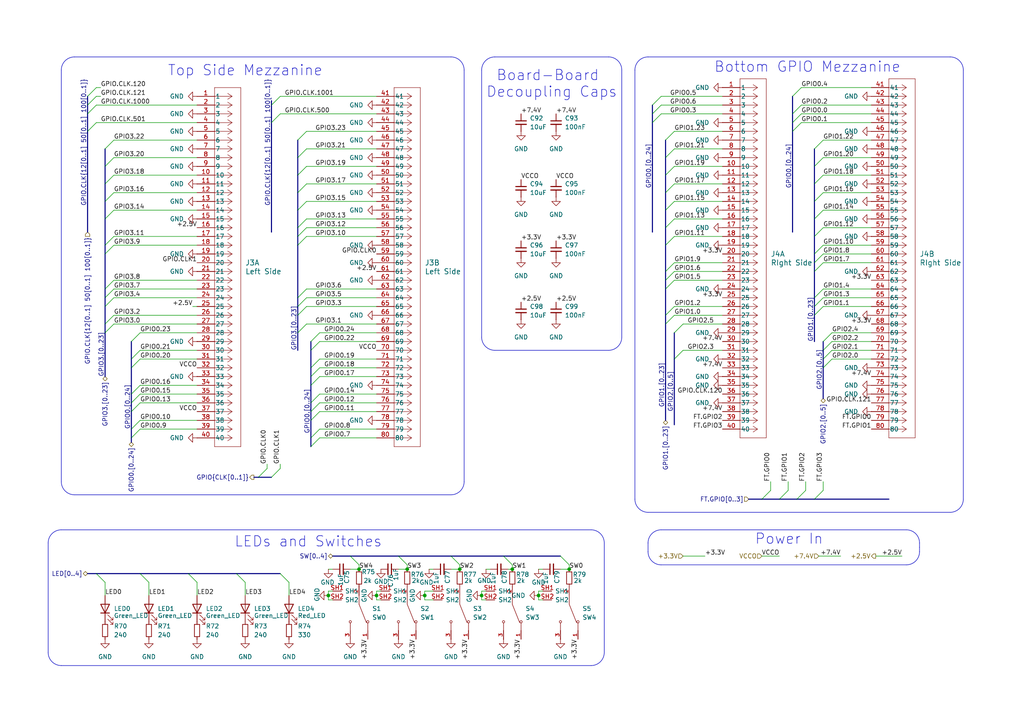
<source format=kicad_sch>
(kicad_sch (version 20250114) (generator "eeschema") (generator_version "9.0")
  (paper "A4")
  (title_block (title "GPIO") (date "2025-08-27") (rev "V1.0"))
  (arc (start 17.78 20.32) (mid 18.8959 17.6259) (end 21.59 16.51))
  (arc (start 187.96 157.48) (mid 189.0759 154.7859) (end 191.77 153.67))
  (arc (start 176.53 16.51) (mid 179.2241 17.6259) (end 180.34 20.32))
  (arc (start 17.78 193.04) (mid 15.0859 191.9241) (end 13.97 189.23))
  (arc (start 187.96 148.59) (mid 185.2659 147.4741) (end 184.15 144.78))
  (arc (start 184.15 20.32) (mid 185.2659 17.6259) (end 187.96 16.51))
  (arc (start 13.97 157.48) (mid 15.0859 154.7859) (end 17.78 153.67))
  (arc (start 279.4 144.78) (mid 278.2841 147.4741) (end 275.59 148.59))
  (arc (start 262.89 153.67) (mid 265.5841 154.7859) (end 266.7 157.48))
  (arc (start 143.51 101.6) (mid 140.8159 100.4841) (end 139.7 97.79))
  (arc (start 180.34 97.79) (mid 179.2241 100.4841) (end 176.53 101.6))
  (arc (start 139.7 20.32) (mid 140.8159 17.6259) (end 143.51 16.51))
  (arc (start 171.45 153.67) (mid 174.1441 154.7859) (end 175.26 157.48))
  (arc (start 266.7 160.02) (mid 265.5841 162.7141) (end 262.89 163.83))
  (arc (start 134.62 139.7) (mid 133.5041 142.3941) (end 130.81 143.51))
  (arc (start 275.59 16.51) (mid 278.2841 17.6259) (end 279.4 20.32))
  (arc (start 191.77 163.83) (mid 189.0759 162.7141) (end 187.96 160.02))
  (arc (start 21.59 143.51) (mid 18.8959 142.3941) (end 17.78 139.7))
  (arc (start 175.26 189.23) (mid 174.1441 191.9241) (end 171.45 193.04))
  (arc (start 130.81 16.51) (mid 133.5041 17.6259) (end 134.62 20.32))
  (text "Top Side Mezzanine" (at 71.12 20.574 0) (effects (font (size 3 3))))
  (text "Bottom GPIO Mezzanine" (at 234.188 19.558 0) (effects (font (size 3 3))))
  (text "Board-Board \nDecoupling Caps" (at 160.02 24.384 0) (effects (font (size 3 3))))
  (text "LEDs and Switches" (at 89.408 157.226 0) (effects (font (size 3 3))))
  (text "Power In" (at 228.854 156.464 0) (effects (font (size 3 3))))
  (junction (at 95.25 172.72))
  (junction (at 109.22 172.72))
  (junction (at 118.11 165.1))
  (junction (at 165.1 165.1))
  (junction (at 148.59 165.1))
  (junction (at 104.14 165.1))
  (junction (at 156.21 172.72))
  (junction (at 139.7 172.72))
  (junction (at 123.19 172.72))
  (junction (at 133.35 165.1))
  (bus_entry (at 236.22 86.36) (size 2.54 -2.54))
  (bus_entry (at 86.36 45.72) (size 2.54 -2.54))
  (bus_entry (at 86.36 66.04) (size 2.54 -2.54))
  (bus_entry (at 193.04 50.8) (size 2.54 -2.54))
  (bus_entry (at 220.98 144.78) (size 2.54 -2.54))
  (bus_entry (at 236.22 76.2) (size 2.54 -2.54))
  (bus_entry (at 90.17 106.68) (size 2.54 -2.54))
  (bus_entry (at 90.17 119.38) (size 2.54 -2.54))
  (bus_entry (at 30.48 48.26) (size 2.54 -2.54))
  (bus_entry (at 30.48 73.66) (size 2.54 -2.54))
  (bus_entry (at 68.58 166.37) (size 2.54 2.54))
  (bus_entry (at 238.76 99.06) (size 2.54 -2.54))
  (bus_entry (at 86.36 88.9) (size 2.54 -2.54))
  (bus_entry (at 229.87 38.1) (size 2.54 -2.54))
  (bus_entry (at 146.05 161.29) (size 2.54 2.54))
  (bus_entry (at 238.76 106.68) (size 2.54 -2.54))
  (bus_entry (at 90.17 111.76) (size 2.54 -2.54))
  (bus_entry (at 236.22 78.74) (size 2.54 -2.54))
  (bus_entry (at 193.04 45.72) (size 2.54 -2.54))
  (bus_entry (at 236.22 43.18) (size 2.54 -2.54))
  (bus_entry (at 236.22 58.42) (size 2.54 -2.54))
  (bus_entry (at 101.6 161.29) (size 2.54 2.54))
  (bus_entry (at 195.58 104.14) (size 2.54 -2.54))
  (bus_entry (at 193.04 81.28) (size 2.54 -2.54))
  (bus_entry (at 229.87 27.94) (size 2.54 -2.54))
  (bus_entry (at 30.48 53.34) (size 2.54 -2.54))
  (bus_entry (at 193.04 40.64) (size 2.54 -2.54))
  (bus_entry (at 30.48 43.18) (size 2.54 -2.54))
  (bus_entry (at 25.4 30.48) (size 2.54 -2.54))
  (bus_entry (at 38.1 127) (size 2.54 -2.54))
  (bus_entry (at 193.04 66.04) (size 2.54 -2.54))
  (bus_entry (at 30.48 93.98) (size 2.54 -2.54))
  (bus_entry (at 74.93 138.43) (size 2.54 -2.54))
  (bus_entry (at 38.1 124.46) (size 2.54 -2.54))
  (bus_entry (at 236.22 63.5) (size 2.54 -2.54))
  (bus_entry (at 38.1 106.68) (size 2.54 -2.54))
  (bus_entry (at 30.48 96.52) (size 2.54 -2.54))
  (bus_entry (at 90.17 121.92) (size 2.54 -2.54))
  (bus_entry (at 30.48 58.42) (size 2.54 -2.54))
  (bus_entry (at 193.04 83.82) (size 2.54 -2.54))
  (bus_entry (at 86.36 96.52) (size 2.54 -2.54))
  (bus_entry (at 90.17 116.84) (size 2.54 -2.54))
  (bus_entry (at 130.81 161.29) (size 2.54 2.54))
  (bus_entry (at 27.94 166.37) (size 2.54 2.54))
  (bus_entry (at 25.4 27.94) (size 2.54 -2.54))
  (bus_entry (at 40.64 166.37) (size 2.54 2.54))
  (bus_entry (at 86.36 91.44) (size 2.54 -2.54))
  (bus_entry (at 38.1 116.84) (size 2.54 -2.54))
  (bus_entry (at 38.1 104.14) (size 2.54 -2.54))
  (bus_entry (at 236.22 91.44) (size 2.54 -2.54))
  (bus_entry (at 86.36 68.58) (size 2.54 -2.54))
  (bus_entry (at 86.36 86.36) (size 2.54 -2.54))
  (bus_entry (at 81.28 166.37) (size 2.54 2.54))
  (bus_entry (at 30.48 88.9) (size 2.54 -2.54))
  (bus_entry (at 86.36 55.88) (size 2.54 -2.54))
  (bus_entry (at 189.23 33.02) (size 2.54 -2.54))
  (bus_entry (at 54.61 166.37) (size 2.54 2.54))
  (bus_entry (at 236.22 73.66) (size 2.54 -2.54))
  (bus_entry (at 236.22 53.34) (size 2.54 -2.54))
  (bus_entry (at 90.17 129.54) (size 2.54 -2.54))
  (bus_entry (at 193.04 78.74) (size 2.54 -2.54))
  (bus_entry (at 226.06 144.78) (size 2.54 -2.54))
  (bus_entry (at 236.22 48.26) (size 2.54 -2.54))
  (bus_entry (at 38.1 114.3) (size 2.54 -2.54))
  (bus_entry (at 38.1 99.06) (size 2.54 -2.54))
  (bus_entry (at 229.87 33.02) (size 2.54 -2.54))
  (bus_entry (at 193.04 93.98) (size 2.54 -2.54))
  (bus_entry (at 238.76 101.6) (size 2.54 -2.54))
  (bus_entry (at 86.36 50.8) (size 2.54 -2.54))
  (bus_entry (at 90.17 101.6) (size 2.54 -2.54))
  (bus_entry (at 90.17 127) (size 2.54 -2.54))
  (bus_entry (at 30.48 71.12) (size 2.54 -2.54))
  (bus_entry (at 231.14 144.78) (size 2.54 -2.54))
  (bus_entry (at 78.74 30.48) (size 2.54 -2.54))
  (bus_entry (at 90.17 109.22) (size 2.54 -2.54))
  (bus_entry (at 25.4 33.02) (size 2.54 -2.54))
  (bus_entry (at 229.87 35.56) (size 2.54 -2.54))
  (bus_entry (at 193.04 60.96) (size 2.54 -2.54))
  (bus_entry (at 78.74 138.43) (size 2.54 -2.54))
  (bus_entry (at 25.4 38.1) (size 2.54 -2.54))
  (bus_entry (at 86.36 71.12) (size 2.54 -2.54))
  (bus_entry (at 238.76 104.14) (size 2.54 -2.54))
  (bus_entry (at 195.58 96.52) (size 2.54 -2.54))
  (bus_entry (at 90.17 99.06) (size 2.54 -2.54))
  (bus_entry (at 30.48 63.5) (size 2.54 -2.54))
  (bus_entry (at 189.23 35.56) (size 2.54 -2.54))
  (bus_entry (at 193.04 55.88) (size 2.54 -2.54))
  (bus_entry (at 78.74 35.56) (size 2.54 -2.54))
  (bus_entry (at 193.04 91.44) (size 2.54 -2.54))
  (bus_entry (at 193.04 71.12) (size 2.54 -2.54))
  (bus_entry (at 236.22 88.9) (size 2.54 -2.54))
  (bus_entry (at 189.23 30.48) (size 2.54 -2.54))
  (bus_entry (at 38.1 119.38) (size 2.54 -2.54))
  (bus_entry (at 236.22 144.78) (size 2.54 -2.54))
  (bus_entry (at 236.22 68.58) (size 2.54 -2.54))
  (bus_entry (at 30.48 83.82) (size 2.54 -2.54))
  (bus_entry (at 30.48 86.36) (size 2.54 -2.54))
  (bus_entry (at 86.36 60.96) (size 2.54 -2.54))
  (bus_entry (at 86.36 40.64) (size 2.54 -2.54))
  (bus_entry (at 115.57 161.29) (size 2.54 2.54))
  (bus_entry (at 162.56 161.29) (size 2.54 2.54))
  (wire (pts (xy 195.58 81.28) (xy 209.55 81.28)))
  (wire (pts (xy 139.7 172.72) (xy 139.7 173.99)))
  (wire (pts (xy 157.48 171.45) (xy 156.21 171.45)))
  (bus (pts (xy 30.48 48.26) (xy 30.48 53.34)))
  (wire (pts (xy 228.6 139.7) (xy 228.6 142.24)))
  (bus (pts (xy 30.48 96.52) (xy 30.48 109.22)))
  (wire (pts (xy 33.02 60.96) (xy 57.15 60.96)))
  (wire (pts (xy 27.94 35.56) (xy 57.15 35.56)))
  (wire (pts (xy 241.3 96.52) (xy 252.73 96.52)))
  (wire (pts (xy 40.64 111.76) (xy 57.15 111.76)))
  (wire (pts (xy 195.58 91.44) (xy 209.55 91.44)))
  (wire (pts (xy 195.58 78.74) (xy 209.55 78.74)))
  (wire (pts (xy 115.57 165.1) (xy 118.11 165.1)))
  (bus (pts (xy 38.1 116.84) (xy 38.1 119.38)))
  (wire (pts (xy 156.21 172.72) (xy 156.21 173.99)))
  (bus (pts (xy 90.17 101.6) (xy 90.17 106.68)))
  (bus (pts (xy 86.36 71.12) (xy 86.36 86.36)))
  (polyline (pts (xy 134.62 20.32) (xy 134.62 139.7)))
  (bus (pts (xy 90.17 111.76) (xy 90.17 116.84)))
  (bus (pts (xy 86.36 55.88) (xy 86.36 60.96)))
  (bus (pts (xy 236.22 91.44) (xy 236.22 99.06)))
  (bus (pts (xy 86.36 68.58) (xy 86.36 71.12)))
  (wire (pts (xy 232.41 33.02) (xy 252.73 33.02)))
  (wire (pts (xy 88.9 48.26) (xy 109.22 48.26)))
  (wire (pts (xy 88.9 58.42) (xy 109.22 58.42)))
  (wire (pts (xy 156.21 171.45) (xy 156.21 172.72)))
  (wire (pts (xy 198.12 93.98) (xy 209.55 93.98)))
  (wire (pts (xy 92.71 124.46) (xy 109.22 124.46)))
  (wire (pts (xy 195.58 38.1) (xy 209.55 38.1)))
  (wire (pts (xy 261.62 161.29) (xy 254 161.29)))
  (wire (pts (xy 130.81 165.1) (xy 133.35 165.1)))
  (bus (pts (xy 193.04 71.12) (xy 193.04 78.74)))
  (wire (pts (xy 33.02 71.12) (xy 57.15 71.12)))
  (bus (pts (xy 115.57 161.29) (xy 130.81 161.29)))
  (polyline (pts (xy 21.59 143.51) (xy 130.81 143.51)))
  (wire (pts (xy 238.76 88.9) (xy 252.73 88.9)))
  (wire (pts (xy 40.64 121.92) (xy 57.15 121.92)))
  (bus (pts (xy 86.36 40.64) (xy 86.36 45.72)))
  (bus (pts (xy 86.36 60.96) (xy 86.36 66.04)))
  (wire (pts (xy 27.94 27.94) (xy 29.21 27.94)))
  (bus (pts (xy 195.58 104.14) (xy 195.58 123.19)))
  (polyline (pts (xy 17.78 20.32) (xy 17.78 139.7)))
  (bus (pts (xy 78.74 30.48) (xy 78.74 35.56)))
  (wire (pts (xy 238.76 83.82) (xy 252.73 83.82)))
  (polyline (pts (xy 279.4 20.32) (xy 279.4 144.78)))
  (bus (pts (xy 238.76 101.6) (xy 238.76 104.14)))
  (bus (pts (xy 229.87 35.56) (xy 229.87 38.1)))
  (wire (pts (xy 123.19 172.72) (xy 123.19 173.99)))
  (polyline (pts (xy 143.51 16.51) (xy 176.53 16.51)))
  (polyline (pts (xy 187.96 148.59) (xy 275.59 148.59)))
  (polyline (pts (xy 266.7 157.48) (xy 266.7 158.75)))
  (polyline (pts (xy 143.51 101.6) (xy 176.53 101.6)))
  (bus (pts (xy 30.48 71.12) (xy 30.48 73.66)))
  (bus (pts (xy 86.36 50.8) (xy 86.36 55.88)))
  (wire (pts (xy 95.25 171.45) (xy 95.25 172.72)))
  (bus (pts (xy 193.04 93.98) (xy 193.04 121.92)))
  (wire (pts (xy 88.9 66.04) (xy 109.22 66.04)))
  (wire (pts (xy 195.58 63.5) (xy 209.55 63.5)))
  (bus (pts (xy 238.76 99.06) (xy 238.76 101.6)))
  (bus (pts (xy 86.36 45.72) (xy 86.36 50.8)))
  (polyline (pts (xy 187.96 16.51) (xy 275.59 16.51)))
  (polyline (pts (xy 187.96 157.48) (xy 187.96 160.02)))
  (bus (pts (xy 30.48 83.82) (xy 30.48 86.36)))
  (bus (pts (xy 193.04 60.96) (xy 193.04 66.04)))
  (wire (pts (xy 92.71 119.38) (xy 109.22 119.38)))
  (wire (pts (xy 30.48 168.91) (xy 30.48 172.72)))
  (wire (pts (xy 33.02 93.98) (xy 57.15 93.98)))
  (polyline (pts (xy 139.7 20.32) (xy 139.7 97.79)))
  (bus (pts (xy 193.04 83.82) (xy 193.04 91.44)))
  (wire (pts (xy 88.9 43.18) (xy 109.22 43.18)))
  (wire (pts (xy 88.9 86.36) (xy 109.22 86.36)))
  (bus (pts (xy 96.52 161.29) (xy 101.6 161.29)))
  (wire (pts (xy 88.9 68.58) (xy 109.22 68.58)))
  (wire (pts (xy 232.41 30.48) (xy 252.73 30.48)))
  (wire (pts (xy 133.35 163.83) (xy 133.35 165.1)))
  (wire (pts (xy 92.71 127) (xy 109.22 127)))
  (bus (pts (xy 226.06 144.78) (xy 231.14 144.78)))
  (wire (pts (xy 92.71 99.06) (xy 109.22 99.06)))
  (wire (pts (xy 223.52 139.7) (xy 223.52 142.24)))
  (bus (pts (xy 238.76 104.14) (xy 238.76 106.68)))
  (wire (pts (xy 33.02 83.82) (xy 57.15 83.82)))
  (bus (pts (xy 146.05 161.29) (xy 162.56 161.29)))
  (bus (pts (xy 193.04 78.74) (xy 193.04 81.28)))
  (wire (pts (xy 233.68 139.7) (xy 233.68 142.24)))
  (bus (pts (xy 30.48 73.66) (xy 30.48 83.82)))
  (bus (pts (xy 90.17 99.06) (xy 90.17 101.6)))
  (wire (pts (xy 83.82 168.91) (xy 83.82 172.72)))
  (bus (pts (xy 236.22 86.36) (xy 236.22 88.9)))
  (wire (pts (xy 33.02 45.72) (xy 57.15 45.72)))
  (wire (pts (xy 109.22 173.99) (xy 110.49 173.99)))
  (bus (pts (xy 54.61 166.37) (xy 68.58 166.37)))
  (wire (pts (xy 40.64 104.14) (xy 57.15 104.14)))
  (bus (pts (xy 236.22 76.2) (xy 236.22 78.74)))
  (bus (pts (xy 189.23 35.56) (xy 189.23 67.31)))
  (bus (pts (xy 236.22 73.66) (xy 236.22 76.2)))
  (wire (pts (xy 195.58 76.2) (xy 209.55 76.2)))
  (bus (pts (xy 217.17 144.78) (xy 220.98 144.78)))
  (wire (pts (xy 109.22 172.72) (xy 109.22 173.99)))
  (bus (pts (xy 193.04 50.8) (xy 193.04 55.88)))
  (wire (pts (xy 238.76 86.36) (xy 252.73 86.36)))
  (bus (pts (xy 30.48 88.9) (xy 30.48 93.98)))
  (wire (pts (xy 195.58 58.42) (xy 209.55 58.42)))
  (wire (pts (xy 92.71 104.14) (xy 109.22 104.14)))
  (wire (pts (xy 232.41 35.56) (xy 252.73 35.56)))
  (wire (pts (xy 77.47 134.62) (xy 77.47 135.89)))
  (wire (pts (xy 33.02 86.36) (xy 57.15 86.36)))
  (bus (pts (xy 90.17 109.22) (xy 90.17 111.76)))
  (bus (pts (xy 25.4 166.37) (xy 27.94 166.37)))
  (wire (pts (xy 238.76 55.88) (xy 252.73 55.88)))
  (bus (pts (xy 86.36 91.44) (xy 86.36 96.52)))
  (wire (pts (xy 241.3 104.14) (xy 252.73 104.14)))
  (wire (pts (xy 57.15 168.91) (xy 57.15 172.72)))
  (bus (pts (xy 236.22 68.58) (xy 236.22 73.66)))
  (polyline (pts (xy 180.34 20.32) (xy 180.34 97.79)))
  (bus (pts (xy 30.48 86.36) (xy 30.48 88.9)))
  (wire (pts (xy 88.9 38.1) (xy 109.22 38.1)))
  (bus (pts (xy 27.94 166.37) (xy 40.64 166.37)))
  (wire (pts (xy 95.25 172.72) (xy 95.25 173.99)))
  (wire (pts (xy 238.76 76.2) (xy 252.73 76.2)))
  (wire (pts (xy 198.12 101.6) (xy 209.55 101.6)))
  (polyline (pts (xy 191.77 163.83) (xy 262.89 163.83)))
  (wire (pts (xy 40.64 116.84) (xy 57.15 116.84)))
  (wire (pts (xy 140.97 171.45) (xy 139.7 171.45)))
  (bus (pts (xy 30.48 58.42) (xy 30.48 63.5)))
  (wire (pts (xy 243.84 161.29) (xy 237.49 161.29)))
  (wire (pts (xy 162.56 165.1) (xy 165.1 165.1)))
  (wire (pts (xy 96.52 171.45) (xy 95.25 171.45)))
  (wire (pts (xy 195.58 88.9) (xy 209.55 88.9)))
  (bus (pts (xy 40.64 166.37) (xy 54.61 166.37)))
  (wire (pts (xy 195.58 48.26) (xy 209.55 48.26)))
  (wire (pts (xy 123.19 173.99) (xy 125.73 173.99)))
  (wire (pts (xy 165.1 163.83) (xy 165.1 165.1)))
  (bus (pts (xy 236.22 58.42) (xy 236.22 63.5)))
  (wire (pts (xy 232.41 25.4) (xy 252.73 25.4)))
  (bus (pts (xy 25.4 38.1) (xy 25.4 67.31)))
  (bus (pts (xy 30.48 93.98) (xy 30.48 96.52)))
  (wire (pts (xy 140.97 165.1) (xy 142.24 165.1)))
  (wire (pts (xy 241.3 99.06) (xy 252.73 99.06)))
  (wire (pts (xy 27.94 30.48) (xy 57.15 30.48)))
  (bus (pts (xy 236.22 88.9) (xy 236.22 91.44)))
  (wire (pts (xy 40.64 101.6) (xy 57.15 101.6)))
  (wire (pts (xy 33.02 50.8) (xy 57.15 50.8)))
  (wire (pts (xy 96.52 165.1) (xy 95.25 165.1)))
  (wire (pts (xy 195.58 43.18) (xy 209.55 43.18)))
  (wire (pts (xy 191.77 30.48) (xy 209.55 30.48)))
  (bus (pts (xy 236.22 53.34) (xy 236.22 58.42)))
  (wire (pts (xy 104.14 165.1) (xy 104.14 163.83)))
  (wire (pts (xy 139.7 171.45) (xy 139.7 172.72)))
  (wire (pts (xy 241.3 101.6) (xy 252.73 101.6)))
  (bus (pts (xy 38.1 104.14) (xy 38.1 106.68)))
  (wire (pts (xy 95.25 173.99) (xy 96.52 173.99)))
  (bus (pts (xy 90.17 106.68) (xy 90.17 109.22)))
  (bus (pts (xy 220.98 144.78) (xy 226.06 144.78)))
  (polyline (pts (xy 17.78 153.67) (xy 171.45 153.67)))
  (wire (pts (xy 238.76 73.66) (xy 252.73 73.66)))
  (wire (pts (xy 88.9 93.98) (xy 109.22 93.98)))
  (wire (pts (xy 81.28 27.94) (xy 109.22 27.94)))
  (wire (pts (xy 27.94 25.4) (xy 29.21 25.4)))
  (wire (pts (xy 81.28 134.62) (xy 81.28 135.89)))
  (wire (pts (xy 109.22 172.72) (xy 109.22 171.45)))
  (polyline (pts (xy 21.59 16.51) (xy 130.81 16.51)))
  (wire (pts (xy 33.02 55.88) (xy 57.15 55.88)))
  (bus (pts (xy 73.66 138.43) (xy 74.93 138.43)))
  (wire (pts (xy 109.22 171.45) (xy 110.49 171.45)))
  (wire (pts (xy 88.9 88.9) (xy 109.22 88.9)))
  (polyline (pts (xy 13.97 157.48) (xy 13.97 189.23)))
  (bus (pts (xy 38.1 114.3) (xy 38.1 116.84)))
  (bus (pts (xy 30.48 43.18) (xy 30.48 48.26)))
  (wire (pts (xy 40.64 124.46) (xy 57.15 124.46)))
  (bus (pts (xy 231.14 144.78) (xy 236.22 144.78)))
  (wire (pts (xy 147.32 165.1) (xy 148.59 165.1)))
  (bus (pts (xy 30.48 53.34) (xy 30.48 58.42)))
  (bus (pts (xy 236.22 43.18) (xy 236.22 48.26)))
  (bus (pts (xy 236.22 63.5) (xy 236.22 68.58)))
  (bus (pts (xy 238.76 106.68) (xy 238.76 115.57)))
  (bus (pts (xy 38.1 119.38) (xy 38.1 124.46)))
  (bus (pts (xy 90.17 121.92) (xy 90.17 127)))
  (wire (pts (xy 118.11 163.83) (xy 118.11 165.1)))
  (bus (pts (xy 90.17 119.38) (xy 90.17 121.92)))
  (polyline (pts (xy 17.78 193.04) (xy 171.45 193.04)))
  (wire (pts (xy 88.9 63.5) (xy 109.22 63.5)))
  (bus (pts (xy 195.58 96.52) (xy 195.58 104.14)))
  (wire (pts (xy 92.71 116.84) (xy 109.22 116.84)))
  (polyline (pts (xy 191.77 153.67) (xy 262.89 153.67)))
  (wire (pts (xy 124.46 165.1) (xy 125.73 165.1)))
  (wire (pts (xy 33.02 40.64) (xy 57.15 40.64)))
  (polyline (pts (xy 266.7 158.75) (xy 266.7 160.02)))
  (bus (pts (xy 236.22 78.74) (xy 236.22 86.36)))
  (wire (pts (xy 191.77 33.02) (xy 209.55 33.02)))
  (wire (pts (xy 92.71 109.22) (xy 109.22 109.22)))
  (bus (pts (xy 86.36 66.04) (xy 86.36 68.58)))
  (wire (pts (xy 88.9 53.34) (xy 109.22 53.34)))
  (bus (pts (xy 236.22 48.26) (xy 236.22 53.34)))
  (wire (pts (xy 123.19 171.45) (xy 123.19 172.72)))
  (bus (pts (xy 38.1 99.06) (xy 38.1 104.14)))
  (bus (pts (xy 25.4 30.48) (xy 25.4 33.02)))
  (bus (pts (xy 90.17 116.84) (xy 90.17 119.38)))
  (bus (pts (xy 86.36 86.36) (xy 86.36 88.9)))
  (bus (pts (xy 101.6 161.29) (xy 115.57 161.29)))
  (wire (pts (xy 101.6 165.1) (xy 104.14 165.1)))
  (wire (pts (xy 125.73 171.45) (xy 123.19 171.45)))
  (bus (pts (xy 229.87 27.94) (xy 229.87 33.02)))
  (wire (pts (xy 191.77 27.94) (xy 209.55 27.94)))
  (bus (pts (xy 193.04 40.64) (xy 193.04 45.72)))
  (wire (pts (xy 88.9 83.82) (xy 109.22 83.82)))
  (bus (pts (xy 229.87 33.02) (xy 229.87 35.56)))
  (wire (pts (xy 139.7 173.99) (xy 140.97 173.99)))
  (wire (pts (xy 92.71 96.52) (xy 109.22 96.52)))
  (polyline (pts (xy 175.26 157.48) (xy 175.26 189.23)))
  (wire (pts (xy 238.76 71.12) (xy 252.73 71.12)))
  (wire (pts (xy 33.02 91.44) (xy 57.15 91.44)))
  (bus (pts (xy 193.04 55.88) (xy 193.04 60.96)))
  (wire (pts (xy 238.76 60.96) (xy 252.73 60.96)))
  (wire (pts (xy 33.02 68.58) (xy 57.15 68.58)))
  (bus (pts (xy 193.04 81.28) (xy 193.04 83.82)))
  (bus (pts (xy 25.4 33.02) (xy 25.4 38.1)))
  (bus (pts (xy 78.74 35.56) (xy 78.74 67.31)))
  (bus (pts (xy 68.58 166.37) (xy 81.28 166.37)))
  (wire (pts (xy 43.18 168.91) (xy 43.18 172.72)))
  (bus (pts (xy 38.1 106.68) (xy 38.1 114.3)))
  (bus (pts (xy 86.36 88.9) (xy 86.36 91.44)))
  (wire (pts (xy 226.06 161.29) (xy 220.98 161.29)))
  (wire (pts (xy 156.21 173.99) (xy 157.48 173.99)))
  (bus (pts (xy 193.04 45.72) (xy 193.04 50.8)))
  (wire (pts (xy 40.64 114.3) (xy 57.15 114.3)))
  (bus (pts (xy 189.23 33.02) (xy 189.23 35.56)))
  (bus (pts (xy 74.93 138.43) (xy 78.74 138.43)))
  (bus (pts (xy 38.1 124.46) (xy 38.1 127)))
  (wire (pts (xy 33.02 81.28) (xy 57.15 81.28)))
  (bus (pts (xy 130.81 161.29) (xy 146.05 161.29)))
  (bus (pts (xy 193.04 91.44) (xy 193.04 93.98)))
  (bus (pts (xy 25.4 27.94) (xy 25.4 30.48)))
  (polyline (pts (xy 184.15 20.32) (xy 184.15 144.78)))
  (wire (pts (xy 238.76 50.8) (xy 252.73 50.8)))
  (wire (pts (xy 238.76 40.64) (xy 252.73 40.64)))
  (bus (pts (xy 236.22 144.78) (xy 257.81 144.78)))
  (wire (pts (xy 55.88 88.9) (xy 57.15 88.9)))
  (wire (pts (xy 148.59 163.83) (xy 148.59 165.1)))
  (bus (pts (xy 193.04 66.04) (xy 193.04 71.12)))
  (bus (pts (xy 90.17 127) (xy 90.17 129.54)))
  (wire (pts (xy 195.58 68.58) (xy 209.55 68.58)))
  (bus (pts (xy 38.1 127) (xy 38.1 128.27)))
  (bus (pts (xy 86.36 96.52) (xy 86.36 101.6)))
  (wire (pts (xy 198.12 161.29) (xy 204.47 161.29)))
  (bus (pts (xy 30.48 63.5) (xy 30.48 71.12)))
  (wire (pts (xy 81.28 33.02) (xy 109.22 33.02)))
  (wire (pts (xy 156.21 165.1) (xy 157.48 165.1)))
  (wire (pts (xy 92.71 114.3) (xy 109.22 114.3)))
  (wire (pts (xy 40.64 96.52) (xy 57.15 96.52)))
  (wire (pts (xy 195.58 53.34) (xy 209.55 53.34)))
  (bus (pts (xy 189.23 30.48) (xy 189.23 33.02)))
  (wire (pts (xy 71.12 168.91) (xy 71.12 172.72)))
  (wire (pts (xy 238.76 45.72) (xy 252.73 45.72)))
  (wire (pts (xy 92.71 106.68) (xy 109.22 106.68)))
  (wire (pts (xy 238.76 139.7) (xy 238.76 142.24)))
  (bus (pts (xy 229.87 38.1) (xy 229.87 67.31)))
  (bus (pts (xy 78.74 29.21) (xy 78.74 30.48)))
  (wire (pts (xy 238.76 66.04) (xy 252.73 66.04)))
  (label "GPIO.CLK.500" (at 82.55 33.02 0))
  (label "+3.3V" (at 151.13 185.42 270))
  (label "GPIO3.23" (at 91.44 38.1 0))
  (label "GPIO1.10" (at 238.76 71.12 0))
  (label "GPIO0.16" (at 40.64 111.76 0))
  (label "GPIO3.13" (at 91.44 63.5 0))
  (label "GPIO3.1" (at 91.44 93.98 0))
  (label "FT.GPIO1" (at 228.6 139.7 90))
  (label "FT.GPIO3" (at 209.55 124.46 180))
  (label "GPIO1.14" (at 238.76 60.96 0))
  (label "GPIO0.[0..24]" (at 90.17 125.73 90))
  (label "GPIO0.19" (at 93.98 104.14 0))
  (label "GPIO2.4" (at 241.3 96.52 0))
  (label "GPIO3.11" (at 33.02 68.58 0))
  (label "GPIO3.8" (at 33.02 81.28 0))
  (label "GPIO1.5" (at 195.58 81.28 0))
  (label "VCCO" (at 226.06 161.29 180))
  (label "GPIO1.4" (at 238.76 83.82 0))
  (label "GPIO1.21" (at 195.58 43.18 0))
  (label "GPIO.CLK.1000" (at 29.21 30.48 0))
  (label "GPIO0.3" (at 194.31 33.02 0))
  (label "GPIO1.17" (at 195.58 53.34 0))
  (label "GPIO3.18" (at 33.02 50.8 0))
  (label "GPIO3.6" (at 91.44 83.82 0))
  (label "GPIO2.5" (at 199.39 93.98 0))
  (label "GPIO0.[0..24]" (at 189.23 54.61 90))
  (label "VCCO" (at 109.22 101.6 180))
  (label "FT.GPIO1" (at 252.73 124.46 180))
  (label "GPIO3.3" (at 91.44 88.9 0))
  (label "GPIO.CLK1" (at 81.28 134.62 90))
  (label "+2.5V" (at 151.13 87.63 0))
  (label "LED0" (at 30.48 172.72 0))
  (label "GPIO0.4" (at 232.41 25.4 0))
  (label "VCCO" (at 161.29 52.07 0))
  (label "+3.3V" (at 167.64 185.42 270))
  (label "GPIO0.8" (at 93.98 124.46 0))
  (label "SW4" (at 104.14 165.1 0))
  (label "LED1" (at 43.18 172.72 0))
  (label "GPIO2.[0..5]" (at 238.76 113.03 90))
  (label "GPIO0.21" (at 40.64 101.6 0))
  (label "GPIO2.2" (at 241.3 99.06 0))
  (label "GPIO3.[0..23]" (at 86.36 101.6 90))
  (label "LED2" (at 57.15 172.72 0))
  (label "VCCO" (at 151.13 52.07 0))
  (label "GPIO0.12" (at 93.98 116.84 0))
  (label "GPIO1.9" (at 195.58 76.2 0))
  (label "GPIO.CLK1" (at 57.15 76.2 180))
  (label "+3.3V" (at 209.55 73.66 180))
  (label "GPIO0.22" (at 93.98 99.06 0))
  (label "GPIO1.18" (at 238.76 50.8 0))
  (label "+2.5V" (at 161.29 87.63 0))
  (label "+7.4V" (at 209.55 119.38 180))
  (label "+7.4V" (at 209.55 106.68 180))
  (label "SW1" (at 148.59 165.1 0))
  (label "GPIO0.24" (at 93.98 96.52 0))
  (label "GPIO.CLK.501" (at 29.21 35.56 0))
  (label "+2.5V" (at 55.88 88.9 180))
  (label "GPIO3.22" (at 33.02 40.64 0))
  (label "GPIO0.1" (at 232.41 35.56 0))
  (label "GPIO.CLK.1001" (at 82.55 27.94 0))
  (label "GPIO3.21" (at 91.44 43.18 0))
  (label "GPIO3.20" (at 33.02 45.72 0))
  (label "GPIO1.7" (at 238.76 76.2 0))
  (label "GPIO1.[0..23]" (at 193.04 118.11 90))
  (label "SW3" (at 118.11 165.1 0))
  (label "GPIO1.1" (at 238.76 88.9 0))
  (label "GPIO1.2" (at 195.58 88.9 0))
  (label "GPIO1.23" (at 195.58 38.1 0))
  (label "GPIO3.0" (at 33.02 93.98 0))
  (label "GPIO3.14" (at 33.02 60.96 0))
  (label "+7.4V" (at 252.73 109.22 180))
  (label "GPIO.CLK.121" (at 252.73 116.84 180))
  (label "GPIO3.19" (at 91.44 48.26 0))
  (label "GPIO2.0" (at 241.3 104.14 0))
  (label "GPIO0.[0..24]" (at 38.1 124.46 90))
  (label "GPIO3.4" (at 33.02 86.36 0))
  (label "+7.4V" (at 161.29 33.02 0))
  (label "GPIO1.15" (at 195.58 58.42 0))
  (label "GPIO0.0" (at 232.41 33.02 0))
  (label "+3.3V" (at 106.68 185.42 270))
  (label "GPIO.CLK{12[0..1] 50[0..1] 100[0..1]}" (at 25.4 59.69 90))
  (label "+3.3V" (at 120.65 185.42 270))
  (label "GPIO1.20" (at 238.76 45.72 0))
  (label "+3.3V" (at 252.73 93.98 180))
  (label "GPIO0.5" (at 194.31 27.94 0))
  (label "GPIO3.10" (at 91.44 68.58 0))
  (label "GPIO3.17" (at 91.44 53.34 0))
  (label "GPIO.CLK0" (at 77.47 134.62 90))
  (label "GPIO.CLK.120" (at 29.21 25.4 0))
  (label "GPIO0.6" (at 194.31 30.48 0))
  (label "GPIO1.22" (at 238.76 40.64 0))
  (label "GPIO1.[0..23]" (at 236.22 99.06 90))
  (label "GPIO0.[0..24]" (at 229.87 54.61 90))
  (label "+3.3V" (at 204.47 161.29 0))
  (label "+3.3V" (at 135.89 185.42 270))
  (label "FT.GPIO3" (at 238.76 139.7 90))
  (label "GPIO0.9" (at 40.64 124.46 0))
  (label "GPIO.CLK{12[0..1] 50[0..1] 100[0..1]}" (at 78.74 59.69 90))
  (label "GPIO0.7" (at 93.98 127 0))
  (label "+7.4V" (at 151.13 33.02 0))
  (label "GPIO2.1" (at 241.3 101.6 0))
  (label "GPIO0.10" (at 40.64 121.92 0))
  (label "FT.GPIO0" (at 252.73 121.92 180))
  (label "GPIO1.3" (at 238.76 86.36 0))
  (label "FT.GPIO2" (at 209.55 121.92 180))
  (label "LED4" (at 83.82 172.72 0))
  (label "+3.3V" (at 209.55 86.36 180))
  (label "GPIO0.23" (at 40.64 96.52 0))
  (label "GPIO1.6" (at 195.58 78.74 0))
  (label "GPIO0.14" (at 93.98 114.3 0))
  (label "GPIO.CLK0" (at 109.22 73.66 180))
  (label "GPIO3.15" (at 91.44 58.42 0))
  (label "GPIO2.3" (at 199.39 101.6 0))
  (label "GPIO0.18" (at 93.98 106.68 0))
  (label "GPIO0.2" (at 232.41 30.48 0))
  (label "GPIO1.13" (at 195.58 63.5 0))
  (label "GPIO2.[0..5]" (at 195.58 119.38 90))
  (label "GPIO3.16" (at 33.02 55.88 0))
  (label "GPIO1.16" (at 238.76 55.88 0))
  (label "LED3" (at 71.12 172.72 0))
  (label "SW0" (at 165.1 165.1 0))
  (label "GPIO0.17" (at 93.98 109.22 0))
  (label "GPIO0.15" (at 40.64 114.3 0))
  (label "GPIO3.12" (at 91.44 66.04 0))
  (label "GPIO3.[0..23]" (at 30.48 109.22 90))
  (label "+2.5V" (at 109.22 78.74 180))
  (label "+2.5V" (at 261.62 161.29 180))
  (label "GPIO3.2" (at 33.02 91.44 0))
  (label "SW2" (at 133.35 165.1 0))
  (label "VCCO" (at 57.15 119.38 180))
  (label "FT.GPIO0" (at 223.52 139.7 90))
  (label "FT.GPIO2" (at 233.68 139.7 90))
  (label "GPIO.CLK.121" (at 29.21 27.94 0))
  (label "VCCO" (at 57.15 106.68 180))
  (label "+3.3V" (at 252.73 81.28 180))
  (label "GPIO.CLK.120" (at 209.55 114.3 180))
  (label "+7.4V" (at 243.84 161.29 180))
  (label "GPIO1.19" (at 195.58 48.26 0))
  (label "GPIO3.5" (at 91.44 86.36 0))
  (label "GPIO1.0" (at 195.58 91.44 0))
  (label "GPIO0.20" (at 40.64 104.14 0))
  (label "GPIO0.13" (at 40.64 116.84 0))
  (label "GPIO1.11" (at 195.58 68.58 0))
  (label "GPIO1.12" (at 238.76 66.04 0))
  (label "GPIO3.7" (at 33.02 83.82 0))
  (label "GPIO0.11" (at 93.98 119.38 0))
  (label "GPIO3.9" (at 33.02 71.12 0))
  (label "+3.3V" (at 161.29 69.85 0))
  (label "+7.4V" (at 209.55 99.06 180))
  (label "GPIO1.8" (at 238.76 73.66 0))
  (label "+2.5V" (at 57.15 66.04 180))
  (label "+3.3V" (at 151.13 69.85 0))
  (hierarchical_label "GPIO{CLK[0..1]}" (shape output) (at 73.66 138.43 180))
  (hierarchical_label "GPIO0.[0..24]" (shape bidirectional) (at 38.1 128.27 270))
  (hierarchical_label "GPIO1.[0..23]" (shape bidirectional) (at 193.04 121.92 270))
  (hierarchical_label "GPIO3.[0..23]" (shape bidirectional) (at 30.48 109.22 270))
  (hierarchical_label "VCCO" (shape input) (at 220.98 161.29 180))
  (hierarchical_label "+7.4V" (shape input) (at 237.49 161.29 180))
  (hierarchical_label "FT.GPIO[0..3]" (shape input) (at 217.17 144.78 180))
  (hierarchical_label "+2.5V" (shape output) (at 254 161.29 180))
  (hierarchical_label "GPIO2.[0..5]" (shape bidirectional) (at 238.76 115.57 270))
  (hierarchical_label "+3.3V" (shape input) (at 198.12 161.29 180))
  (hierarchical_label "LED[0..4]" (shape bidirectional) (at 25.4 166.37 180))
  (hierarchical_label "SW[0..4]" (shape bidirectional) (at 96.52 161.29 180))
  (hierarchical_label "GPIO.CLK{12[0..1] 50[0..1] 100[0..1]}" (shape input) (at 25.4 67.31 270))
  (symbol (lib_id "power:GND") (at 161.29 74.93 0) (unit 1)
    (property "Reference" "#PWR0188" (effects (hide yes)))
    (property "Value" "GND" (at 161.29 80.01 0))
    (property "Description" "Power symbol creates a global label with name \"GND\" , ground" (effects (hide yes)))
  )
  (symbol (lib_id "power:GND") (at 252.73 38.1 270) (unit 1)
    (property "Reference" "#PWR0162" (effects (hide yes)))
    (property "Value" "GND" (at 248.92 38.0999 90) (effects (justify right)))
    (property "Description" "Power symbol creates a global label with name \"GND\" , ground" (effects (hide yes)))
  )
  (symbol (lib_id "power:GND") (at 83.82 185.42 0) (unit 1)
    (property "Reference" "#PWR0103" (effects (hide yes)))
    (property "Value" "GND" (at 83.82 190.5 0))
    (property "Description" "Power symbol creates a global label with name \"GND\" , ground" (effects (hide yes)))
  )
  (symbol (lib_id "power:GND") (at 109.22 76.2 270) (unit 1)
    (property "Reference" "#PWR0149" (effects (hide yes)))
    (property "Value" "GND" (at 105.41 76.1999 90) (effects (justify right)))
    (property "Description" "Power symbol creates a global label with name \"GND\" , ground" (effects (hide yes)))
  )
  (symbol (lib_id "Device:C_Small") (at 161.29 90.17 0) (unit 1)
    (property "Reference" "C99" (at 163.83 88.9062 0) (effects (justify left)))
    (property "Value" "100nF" (at 163.83 91.44 0) (effects (justify left)))
    (property "Footprint" "Capacitor_SMD:C_0805_2012Metric_Pad1.18x1.45mm_HandSolder" (effects (hide yes)))
    (property "Description" "Unpolarized capacitor, small symbol" (effects (hide yes)))
  )
  (symbol (lib_id "Device:C_Small") (at 128.27 165.1 90) (unit 1)
    (property "Reference" "C77" (at 129.794 167.386 0))
    (property "Value" "1uF" (at 126.492 167.64 0))
    (property "Footprint" "Capacitor_SMD:C_0805_2012Metric_Pad1.18x1.45mm_HandSolder" (effects (hide yes)))
    (property "Description" "Unpolarized capacitor, small symbol" (effects (hide yes)))
  )
  (symbol (lib_id "power:GND") (at 156.21 172.72 270) (unit 1)
    (property "Reference" "#PWR0130" (effects (hide yes)))
    (property "Value" "GND" (at 152.4 172.7199 90) (effects (justify right)))
    (property "Description" "Power symbol creates a global label with name \"GND\" , ground" (effects (hide yes)))
  )
  (symbol (lib_id "power:GND") (at 151.13 92.71 0) (unit 1)
    (property "Reference" "#PWR0189" (effects (hide yes)))
    (property "Value" "GND" (at 151.13 97.79 0))
    (property "Description" "Power symbol creates a global label with name \"GND\" , ground" (effects (hide yes)))
  )
  (symbol (lib_id "power:GND") (at 209.55 104.14 270) (unit 1)
    (property "Reference" "#PWR0181" (effects (hide yes)))
    (property "Value" "GND" (at 205.74 104.1399 90) (effects (justify right)))
    (property "Description" "Power symbol creates a global label with name \"GND\" , ground" (effects (hide yes)))
  )
  (symbol (lib_id "power:GND") (at 57.15 27.94 270) (unit 1)
    (property "Reference" "#PWR082" (effects (hide yes)))
    (property "Value" "GND" (at 53.34 27.9399 90) (effects (justify right)))
    (property "Description" "Power symbol creates a global label with name \"GND\" , ground" (effects (hide yes)))
  )
  (symbol (lib_id "power:GND") (at 252.73 27.94 270) (unit 1)
    (property "Reference" "#PWR0160" (effects (hide yes)))
    (property "Value" "GND" (at 248.92 27.9399 90) (effects (justify right)))
    (property "Description" "Power symbol creates a global label with name \"GND\" , ground" (effects (hide yes)))
  )
  (symbol (lib_id "power:GND") (at 252.73 119.38 270) (unit 1)
    (property "Reference" "#PWR0135" (effects (hide yes)))
    (property "Value" "GND" (at 248.92 119.3799 90) (effects (justify right)))
    (property "Description" "Power symbol creates a global label with name \"GND\" , ground" (effects (hide yes)))
  )
  (symbol (lib_id "Device:LED") (at 30.48 176.53 90) (unit 1)
    (property "Reference" "LED0" (at 33.02 176.53 90) (effects (justify right)))
    (property "Value" "Green_LED" (at 33.02 178.562 90) (effects (justify right)))
    (property "Footprint" "LED_SMD:LED_0805_2012Metric" (effects (hide yes)))
    (property "Description" "Light emitting diode" (effects (hide yes)))
    (property "Sim.Pins" "1=K 2=A" (effects (hide yes)))
  )
  (symbol (lib_id "power:GND") (at 151.13 74.93 0) (unit 1)
    (property "Reference" "#PWR0187" (effects (hide yes)))
    (property "Value" "GND" (at 151.13 80.01 0))
    (property "Description" "Power symbol creates a global label with name \"GND\" , ground" (effects (hide yes)))
  )
  (symbol (lib_id "Device:C_Small") (at 161.29 72.39 0) (unit 1)
    (property "Reference" "C97" (at 163.83 71.1262 0) (effects (justify left)))
    (property "Value" "100nF" (at 163.83 73.66 0) (effects (justify left)))
    (property "Footprint" "Capacitor_SMD:C_0805_2012Metric_Pad1.18x1.45mm_HandSolder" (effects (hide yes)))
    (property "Description" "Unpolarized capacitor, small symbol" (effects (hide yes)))
  )
  (symbol (lib_id "Device:C_Small") (at 144.78 165.1 90) (unit 1)
    (property "Reference" "C78" (at 146.304 167.386 0))
    (property "Value" "1uF" (at 143.002 167.64 0))
    (property "Footprint" "Capacitor_SMD:C_0805_2012Metric_Pad1.18x1.45mm_HandSolder" (effects (hide yes)))
    (property "Description" "Unpolarized capacitor, small symbol" (effects (hide yes)))
  )
  (symbol (lib_id "power:GND") (at 151.13 38.1 0) (unit 1)
    (property "Reference" "#PWR0186" (effects (hide yes)))
    (property "Value" "GND" (at 151.13 43.18 0))
    (property "Description" "Power symbol creates a global label with name \"GND\" , ground" (effects (hide yes)))
  )
  (symbol (lib_id "power:GND") (at 95.25 172.72 270) (unit 1)
    (property "Reference" "#PWR0131" (effects (hide yes)))
    (property "Value" "GND" (at 91.948 172.466 0))
    (property "Description" "Power symbol creates a global label with name \"GND\" , ground" (effects (hide yes)))
  )
  (symbol (lib_id "Device:C_Small") (at 161.29 35.56 0) (unit 1)
    (property "Reference" "C93" (at 163.83 34.2962 0) (effects (justify left)))
    (property "Value" "100nF" (at 163.83 36.83 0) (effects (justify left)))
    (property "Footprint" "Capacitor_SMD:C_0805_2012Metric_Pad1.18x1.45mm_HandSolder" (effects (hide yes)))
    (property "Description" "Unpolarized capacitor, small symbol" (effects (hide yes)))
  )
  (symbol (lib_id "power:GND") (at 43.18 185.42 0) (unit 1)
    (property "Reference" "#PWR0100" (effects (hide yes)))
    (property "Value" "GND" (at 43.18 190.5 0))
    (property "Description" "Power symbol creates a global label with name \"GND\" , ground" (effects (hide yes)))
  )
  (symbol (lib_id "power:GND") (at 30.48 185.42 0) (unit 1)
    (property "Reference" "#PWR099" (effects (hide yes)))
    (property "Value" "GND" (at 30.48 190.5 0))
    (property "Description" "Power symbol creates a global label with name \"GND\" , ground" (effects (hide yes)))
  )
  (symbol (lib_id "power:GND") (at 209.55 109.22 270) (unit 1)
    (property "Reference" "#PWR0182" (effects (hide yes)))
    (property "Value" "GND" (at 205.74 109.2199 90) (effects (justify right)))
    (property "Description" "Power symbol creates a global label with name \"GND\" , ground" (effects (hide yes)))
  )
  (symbol (lib_id "Device:R_Small") (at 43.18 182.88 0) (unit 1)
    (property "Reference" "R71" (at 45.72 181.6099 0) (effects (justify left)))
    (property "Value" "240" (at 45.72 184.1499 0) (effects (justify left)))
    (property "Footprint" "Resistor_SMD:R_0805_2012Metric_Pad1.20x1.40mm_HandSolder" (effects (hide yes)))
    (property "Description" "Resistor, small symbol" (effects (hide yes)))
  )
  (symbol (lib_id "Device:LED") (at 83.82 176.53 90) (unit 1)
    (property "Reference" "LED4" (at 86.36 176.53 90) (effects (justify right)))
    (property "Value" "Red_LED" (at 86.36 178.562 90) (effects (justify right)))
    (property "Footprint" "LED_SMD:LED_0805_2012Metric" (effects (hide yes)))
    (property "Description" "Light emitting diode" (effects (hide yes)))
    (property "Sim.Pins" "1=K 2=A" (effects (hide yes)))
  )
  (symbol (lib_id "power:GND") (at 156.21 165.1 0) (unit 1)
    (property "Reference" "#PWR0113" (effects (hide yes)))
    (property "Value" "GND" (at 156.21 168.91 0))
    (property "Description" "Power symbol creates a global label with name \"GND\" , ground" (effects (hide yes)))
  )
  (symbol (lib_id "power:GND") (at 161.29 57.15 0) (unit 1)
    (property "Reference" "#PWR0184" (effects (hide yes)))
    (property "Value" "GND" (at 161.29 62.23 0))
    (property "Description" "Power symbol creates a global label with name \"GND\" , ground" (effects (hide yes)))
  )
  (symbol (lib_id "power:GND") (at 57.15 185.42 0) (unit 1)
    (property "Reference" "#PWR0101" (effects (hide yes)))
    (property "Value" "GND" (at 57.15 190.5 0))
    (property "Description" "Power symbol creates a global label with name \"GND\" , ground" (effects (hide yes)))
  )
  (symbol (lib_id "power:GND") (at 252.73 63.5 270) (unit 1)
    (property "Reference" "#PWR0173" (effects (hide yes)))
    (property "Value" "GND" (at 248.92 63.4999 90) (effects (justify right)))
    (property "Description" "Power symbol creates a global label with name \"GND\" , ground" (effects (hide yes)))
  )
  (symbol (lib_id "power:GND") (at 252.73 91.44 270) (unit 1)
    (property "Reference" "#PWR0178" (effects (hide yes)))
    (property "Value" "GND" (at 248.92 91.4399 90) (effects (justify right)))
    (property "Description" "Power symbol creates a global label with name \"GND\" , ground" (effects (hide yes)))
  )
  (symbol (lib_id "power:GND") (at 57.15 63.5 270) (unit 1)
    (property "Reference" "#PWR0145" (effects (hide yes)))
    (property "Value" "GND" (at 53.34 63.4999 90) (effects (justify right)))
    (property "Description" "Power symbol creates a global label with name \"GND\" , ground" (effects (hide yes)))
  )
  (symbol (lib_id "power:GND") (at 57.15 109.22 270) (unit 1)
    (property "Reference" "#PWR0156" (effects (hide yes)))
    (property "Value" "GND" (at 53.34 109.2199 90) (effects (justify right)))
    (property "Description" "Power symbol creates a global label with name \"GND\" , ground" (effects (hide yes)))
  )
  (symbol (lib_id "power:GND") (at 252.73 111.76 270) (unit 1)
    (property "Reference" "#PWR0183" (effects (hide yes)))
    (property "Value" "GND" (at 248.92 111.7599 90) (effects (justify right)))
    (property "Description" "Power symbol creates a global label with name \"GND\" , ground" (effects (hide yes)))
  )
  (symbol (lib_id "Device:LED") (at 57.15 176.53 90) (unit 1)
    (property "Reference" "LED2" (at 59.69 176.53 90) (effects (justify right)))
    (property "Value" "Green_LED" (at 59.69 178.562 90) (effects (justify right)))
    (property "Footprint" "LED_SMD:LED_0805_2012Metric" (effects (hide yes)))
    (property "Description" "Light emitting diode" (effects (hide yes)))
    (property "Sim.Pins" "1=K 2=A" (effects (hide yes)))
  )
  (symbol (lib_id "Device:R_Small") (at 83.82 182.88 0) (unit 1)
    (property "Reference" "R74" (at 86.36 181.6099 0) (effects (justify left)))
    (property "Value" "330" (at 86.36 184.1499 0) (effects (justify left)))
    (property "Footprint" "Resistor_SMD:R_0805_2012Metric_Pad1.20x1.40mm_HandSolder" (effects (hide yes)))
    (property "Description" "Resistor, small symbol" (effects (hide yes)))
  )
  (symbol (lib_id "power:GND") (at 252.73 58.42 270) (unit 1)
    (property "Reference" "#PWR0165" (effects (hide yes)))
    (property "Value" "GND" (at 248.92 58.4199 90) (effects (justify right)))
    (property "Description" "Power symbol creates a global label with name \"GND\" , ground" (effects (hide yes)))
  )
  (symbol (lib_id "Device:LED") (at 43.18 176.53 90) (unit 1)
    (property "Reference" "LED1" (at 45.72 176.53 90) (effects (justify right)))
    (property "Value" "Green_LED" (at 45.72 178.562 90) (effects (justify right)))
    (property "Footprint" "LED_SMD:LED_0805_2012Metric" (effects (hide yes)))
    (property "Description" "Light emitting diode" (effects (hide yes)))
    (property "Sim.Pins" "1=K 2=A" (effects (hide yes)))
  )
  (symbol (lib_id "power:GND") (at 209.55 111.76 270) (unit 1)
    (property "Reference" "#PWR0138" (effects (hide yes)))
    (property "Value" "GND" (at 205.74 111.7599 90) (effects (justify right)))
    (property "Description" "Power symbol creates a global label with name \"GND\" , ground" (effects (hide yes)))
  )
  (symbol (lib_id "power:GND") (at 252.73 68.58 270) (unit 1)
    (property "Reference" "#PWR0175" (effects (hide yes)))
    (property "Value" "GND" (at 248.92 68.5799 90) (effects (justify right)))
    (property "Description" "Power symbol creates a global label with name \"GND\" , ground" (effects (hide yes)))
  )
  (symbol (lib_id "power:GND") (at 209.55 71.12 270) (unit 1)
    (property "Reference" "#PWR0174" (effects (hide yes)))
    (property "Value" "GND" (at 205.74 71.1199 90) (effects (justify right)))
    (property "Description" "Power symbol creates a global label with name \"GND\" , ground" (effects (hide yes)))
  )
  (symbol (lib_id "power:GND") (at 123.19 172.72 270) (unit 1)
    (property "Reference" "#PWR0133" (effects (hide yes)))
    (property "Value" "GND" (at 119.634 172.72 0))
    (property "Description" "Power symbol creates a global label with name \"GND\" , ground" (effects (hide yes)))
  )
  (symbol (lib_id "Device:C_Small") (at 151.13 90.17 0) (unit 1)
    (property "Reference" "C98" (at 153.67 88.9062 0) (effects (justify left)))
    (property "Value" "10uF" (at 153.67 91.4462 0) (effects (justify left)))
    (property "Footprint" "Capacitor_SMD:C_0805_2012Metric_Pad1.18x1.45mm_HandSolder" (effects (hide yes)))
    (property "Description" "Unpolarized capacitor, small symbol" (effects (hide yes)))
  )
  (symbol (lib_id "power:GND") (at 252.73 48.26 270) (unit 1)
    (property "Reference" "#PWR0164" (effects (hide yes)))
    (property "Value" "GND" (at 248.92 48.2599 90) (effects (justify right)))
    (property "Description" "Power symbol creates a global label with name \"GND\" , ground" (effects (hide yes)))
  )
  (symbol (lib_id "power:GND") (at 252.73 53.34 270) (unit 1)
    (property "Reference" "#PWR0166" (effects (hide yes)))
    (property "Value" "GND" (at 248.92 53.3399 90) (effects (justify right)))
    (property "Description" "Power symbol creates a global label with name \"GND\" , ground" (effects (hide yes)))
  )
  (symbol (lib_id "power:GND") (at 57.15 78.74 270) (unit 1)
    (property "Reference" "#PWR0150" (effects (hide yes)))
    (property "Value" "GND" (at 53.34 78.7399 90) (effects (justify right)))
    (property "Description" "Power symbol creates a global label with name \"GND\" , ground" (effects (hide yes)))
  )
  (symbol (lib_id "power:GND") (at 101.6 185.42 0) (unit 1)
    (property "Reference" "#PWR0104" (effects (hide yes)))
    (property "Value" "GND" (at 101.6 190.5 0))
    (property "Description" "Power symbol creates a global label with name \"GND\" , ground" (effects (hide yes)))
  )
  (symbol (lib_id "Device:C_Small") (at 161.29 54.61 0) (unit 1)
    (property "Reference" "C95" (at 163.83 53.3462 0) (effects (justify left)))
    (property "Value" "100nF" (at 163.83 55.88 0) (effects (justify left)))
    (property "Footprint" "Capacitor_SMD:C_0805_2012Metric_Pad1.18x1.45mm_HandSolder" (effects (hide yes)))
    (property "Description" "Unpolarized capacitor, small symbol" (effects (hide yes)))
  )
  (symbol (lib_id "Device:R_Small") (at 57.15 182.88 0) (unit 1)
    (property "Reference" "R72" (at 59.69 181.6099 0) (effects (justify left)))
    (property "Value" "240" (at 59.69 184.1499 0) (effects (justify left)))
    (property "Footprint" "Resistor_SMD:R_0805_2012Metric_Pad1.20x1.40mm_HandSolder" (effects (hide yes)))
    (property "Description" "Resistor, small symbol" (effects (hide yes)))
  )
  (symbol (lib_id "power:GND") (at 209.55 50.8 270) (unit 1)
    (property "Reference" "#PWR0163" (effects (hide yes)))
    (property "Value" "GND" (at 205.74 50.7999 90) (effects (justify right)))
    (property "Description" "Power symbol creates a global label with name \"GND\" , ground" (effects (hide yes)))
  )
  (symbol (lib_id "power:GND") (at 252.73 78.74 270) (unit 1)
    (property "Reference" "#PWR0177" (effects (hide yes)))
    (property "Value" "GND" (at 248.92 78.7399 90) (effects (justify right)))
    (property "Description" "Power symbol creates a global label with name \"GND\" , ground" (effects (hide yes)))
  )
  (symbol (lib_id "power:GND") (at 109.22 45.72 270) (unit 1)
    (property "Reference" "#PWR0141" (effects (hide yes)))
    (property "Value" "GND" (at 105.41 45.7199 90) (effects (justify right)))
    (property "Description" "Power symbol creates a global label with name \"GND\" , ground" (effects (hide yes)))
  )
  (symbol (lib_id "power:GND") (at 57.15 73.66 270) (unit 1)
    (property "Reference" "#PWR0148" (effects (hide yes)))
    (property "Value" "GND" (at 53.34 73.6599 90) (effects (justify right)))
    (property "Description" "Power symbol creates a global label with name \"GND\" , ground" (effects (hide yes)))
  )
  (symbol (lib_id "Personal_Library:TX25-80P-6ST-H1E") (at 119.38 78.74 0) (unit 2)
    (property "Reference" "J3" (at 123.19 76.1999 0) (effects (font (size 1.524 1.524)) (justify left)))
    (property "Value" "Left Side" (at 123.19 78.7399 0) (effects (font (size 1.524 1.524)) (justify left)))
    (property "Footprint" "Personal-Library:CON80_2X40_MU_TX25_JAE" (effects (hide yes)))
    (property "Datasheet" "TX25-80P-6ST-H1E" (effects (hide yes)))
  )
  (symbol (lib_id "Device:LED") (at 71.12 176.53 90) (unit 1)
    (property "Reference" "LED3" (at 73.66 176.53 90) (effects (justify right)))
    (property "Value" "Green_LED" (at 73.66 178.562 90) (effects (justify right)))
    (property "Footprint" "LED_SMD:LED_0805_2012Metric" (effects (hide yes)))
    (property "Description" "Light emitting diode" (effects (hide yes)))
    (property "Sim.Pins" "1=K 2=A" (effects (hide yes)))
  )
  (symbol (lib_id "Personal_Library:SLW-835636-3A-RA-N-D") (at 148.59 177.8 270) (unit 1)
    (property "Reference" "S4" (at 152.4 176.5299 90) (effects (justify left)))
    (property "Value" "SW3" (at 152.4 179.0699 90) (effects (justify left)))
    (property "Footprint" "Personal-Library:SW_SLW-835636-3A-RA-N-D" (effects (hide yes)))
    (property "PARTREV" "1.01" (effects (hide yes)))
    (property "STANDARD" "Manufacturer Recommendations" (effects (hide yes)))
    (property "MANUFACTURER" "Same Sky" (effects (hide yes)))
  )
  (symbol (lib_id "power:GND") (at 57.15 58.42 270) (unit 1)
    (property "Reference" "#PWR0144" (effects (hide yes)))
    (property "Value" "GND" (at 53.34 58.4199 90) (effects (justify right)))
    (property "Description" "Power symbol creates a global label with name \"GND\" , ground" (effects (hide yes)))
  )
  (symbol (lib_id "power:GND") (at 109.22 121.92 270) (unit 1)
    (property "Reference" "#PWR0158" (effects (hide yes)))
    (property "Value" "GND" (at 105.41 121.9199 90) (effects (justify right)))
    (property "Description" "Power symbol creates a global label with name \"GND\" , ground" (effects (hide yes)))
  )
  (symbol (lib_id "power:GND") (at 252.73 114.3 270) (unit 1)
    (property "Reference" "#PWR0136" (effects (hide yes)))
    (property "Value" "GND" (at 248.92 114.2999 90) (effects (justify right)))
    (property "Description" "Power symbol creates a global label with name \"GND\" , ground" (effects (hide yes)))
  )
  (symbol (lib_id "power:GND") (at 109.22 35.56 270) (unit 1)
    (property "Reference" "#PWR097" (effects (hide yes)))
    (property "Value" "GND" (at 105.41 35.5599 90) (effects (justify right)))
    (property "Description" "Power symbol creates a global label with name \"GND\" , ground" (effects (hide yes)))
  )
  (symbol (lib_id "Device:C_Small") (at 99.06 165.1 90) (unit 1)
    (property "Reference" "C75" (at 100.584 167.386 0))
    (property "Value" "1uF" (at 98.806 168.148 0))
    (property "Footprint" "Capacitor_SMD:C_0805_2012Metric_Pad1.18x1.45mm_HandSolder" (effects (hide yes)))
    (property "Description" "Unpolarized capacitor, small symbol" (effects (hide yes)))
  )
  (symbol (lib_id "power:GND") (at 209.55 66.04 270) (unit 1)
    (property "Reference" "#PWR0172" (effects (hide yes)))
    (property "Value" "GND" (at 205.74 66.0399 90) (effects (justify right)))
    (property "Description" "Power symbol creates a global label with name \"GND\" , ground" (effects (hide yes)))
  )
  (symbol (lib_id "Personal_Library:TX25-80P-6ST-H1E") (at 262.89 76.2 0) (unit 2)
    (property "Reference" "J4" (at 266.7 73.6599 0) (effects (font (size 1.524 1.524)) (justify left)))
    (property "Value" "RIght Side" (at 266.7 76.1999 0) (effects (font (size 1.524 1.524)) (justify left)))
    (property "Footprint" "Personal-Library:CON80_2X40_MU_TX25_JAE" (effects (hide yes)))
    (property "Datasheet" "TX25-80P-6ST-H1E" (effects (hide yes)))
  )
  (symbol (lib_id "power:GND") (at 209.55 116.84 270) (unit 1)
    (property "Reference" "#PWR0137" (effects (hide yes)))
    (property "Value" "GND" (at 205.74 116.8399 90) (effects (justify right)))
    (property "Description" "Power symbol creates a global label with name \"GND\" , ground" (effects (hide yes)))
  )
  (symbol (lib_id "Device:C_Small") (at 160.02 165.1 90) (unit 1)
    (property "Reference" "C79" (at 161.544 167.386 0))
    (property "Value" "1uF" (at 158.242 167.64 0))
    (property "Footprint" "Capacitor_SMD:C_0805_2012Metric_Pad1.18x1.45mm_HandSolder" (effects (hide yes)))
    (property "Description" "Unpolarized capacitor, small symbol" (effects (hide yes)))
  )
  (symbol (lib_id "Device:R_Small") (at 133.35 167.64 0) (unit 1)
    (property "Reference" "R77" (at 134.366 166.624 0) (effects (justify left)))
    (property "Value" "2k" (at 134.62 168.402 0) (effects (justify left)))
    (property "Footprint" "Resistor_SMD:R_0805_2012Metric_Pad1.20x1.40mm_HandSolder" (effects (hide yes)))
    (property "Description" "Resistor, small symbol" (effects (hide yes)))
  )
  (symbol (lib_id "power:GND") (at 57.15 33.02 270) (unit 1)
    (property "Reference" "#PWR083" (effects (hide yes)))
    (property "Value" "GND" (at 53.34 33.0199 90) (effects (justify right)))
    (property "Description" "Power symbol creates a global label with name \"GND\" , ground" (effects (hide yes)))
  )
  (symbol (lib_id "Device:R_Small") (at 71.12 182.88 0) (unit 1)
    (property "Reference" "R73" (at 73.66 181.6099 0) (effects (justify left)))
    (property "Value" "240" (at 73.66 184.1499 0) (effects (justify left)))
    (property "Footprint" "Resistor_SMD:R_0805_2012Metric_Pad1.20x1.40mm_HandSolder" (effects (hide yes)))
    (property "Description" "Resistor, small symbol" (effects (hide yes)))
  )
  (symbol (lib_id "Personal_Library:SLW-835636-3A-RA-N-D") (at 165.1 177.8 270) (unit 1)
    (property "Reference" "S5" (at 168.91 176.5299 90) (effects (justify left)))
    (property "Value" "SW4" (at 168.91 179.0699 90) (effects (justify left)))
    (property "Footprint" "Personal-Library:SW_SLW-835636-3A-RA-N-D" (effects (hide yes)))
    (property "PARTREV" "1.01" (effects (hide yes)))
    (property "STANDARD" "Manufacturer Recommendations" (effects (hide yes)))
    (property "MANUFACTURER" "Same Sky" (effects (hide yes)))
  )
  (symbol (lib_id "power:GND") (at 146.05 185.42 0) (unit 1)
    (property "Reference" "#PWR0112" (effects (hide yes)))
    (property "Value" "GND" (at 146.05 190.5 0))
    (property "Description" "Power symbol creates a global label with name \"GND\" , ground" (effects (hide yes)))
  )
  (symbol (lib_id "power:GND") (at 109.22 111.76 270) (unit 1)
    (property "Reference" "#PWR0155" (effects (hide yes)))
    (property "Value" "GND" (at 105.41 111.7599 90) (effects (justify right)))
    (property "Description" "Power symbol creates a global label with name \"GND\" , ground" (effects (hide yes)))
  )
  (symbol (lib_id "power:GND") (at 209.55 45.72 270) (unit 1)
    (property "Reference" "#PWR0170" (effects (hide yes)))
    (property "Value" "GND" (at 205.74 45.7199 90) (effects (justify right)))
    (property "Description" "Power symbol creates a global label with name \"GND\" , ground" (effects (hide yes)))
  )
  (symbol (lib_id "power:GND") (at 109.22 50.8 270) (unit 1)
    (property "Reference" "#PWR0142" (effects (hide yes)))
    (property "Value" "GND" (at 105.41 50.7999 90) (effects (justify right)))
    (property "Description" "Power symbol creates a global label with name \"GND\" , ground" (effects (hide yes)))
  )
  (symbol (lib_id "Device:R_Small") (at 30.48 182.88 0) (unit 1)
    (property "Reference" "R70" (at 33.02 181.6099 0) (effects (justify left)))
    (property "Value" "240" (at 33.02 184.1499 0) (effects (justify left)))
    (property "Footprint" "Resistor_SMD:R_0805_2012Metric_Pad1.20x1.40mm_HandSolder" (effects (hide yes)))
    (property "Description" "Resistor, small symbol" (effects (hide yes)))
  )
  (symbol (lib_id "power:GND") (at 109.22 40.64 270) (unit 1)
    (property "Reference" "#PWR098" (effects (hide yes)))
    (property "Value" "GND" (at 105.41 40.6399 90) (effects (justify right)))
    (property "Description" "Power symbol creates a global label with name \"GND\" , ground" (effects (hide yes)))
  )
  (symbol (lib_id "power:GND") (at 151.13 57.15 0) (unit 1)
    (property "Reference" "#PWR0154" (effects (hide yes)))
    (property "Value" "GND" (at 151.13 62.23 0))
    (property "Description" "Power symbol creates a global label with name \"GND\" , ground" (effects (hide yes)))
  )
  (symbol (lib_id "power:GND") (at 57.15 43.18 270) (unit 1)
    (property "Reference" "#PWR085" (effects (hide yes)))
    (property "Value" "GND" (at 53.34 43.1799 90) (effects (justify right)))
    (property "Description" "Power symbol creates a global label with name \"GND\" , ground" (effects (hide yes)))
  )
  (symbol (lib_id "power:GND") (at 110.49 165.1 0) (unit 1)
    (property "Reference" "#PWR0107" (effects (hide yes)))
    (property "Value" "GND" (at 110.49 168.656 0))
    (property "Description" "Power symbol creates a global label with name \"GND\" , ground" (effects (hide yes)))
  )
  (symbol (lib_id "Personal_Library:TX25-80P-6ST-H1E") (at 209.55 25.4 0) (unit 1)
    (property "Reference" "J4" (at 223.52 73.6599 0) (effects (font (size 1.524 1.524)) (justify left)))
    (property "Value" "RIght Side" (at 223.52 76.1999 0) (effects (font (size 1.524 1.524)) (justify left)))
    (property "Footprint" "Personal-Library:CON80_2X40_MU_TX25_JAE" (effects (hide yes)))
    (property "Datasheet" "TX25-80P-6ST-H1E" (effects (hide yes)))
  )
  (symbol (lib_id "power:GND") (at 209.55 55.88 270) (unit 1)
    (property "Reference" "#PWR0168" (effects (hide yes)))
    (property "Value" "GND" (at 205.74 55.8799 90) (effects (justify right)))
    (property "Description" "Power symbol creates a global label with name \"GND\" , ground" (effects (hide yes)))
  )
  (symbol (lib_id "Device:R_Small") (at 165.1 167.64 0) (unit 1)
    (property "Reference" "R79" (at 166.116 166.624 0) (effects (justify left)))
    (property "Value" "2k" (at 166.37 168.402 0) (effects (justify left)))
    (property "Footprint" "Resistor_SMD:R_0805_2012Metric_Pad1.20x1.40mm_HandSolder" (effects (hide yes)))
    (property "Description" "Resistor, small symbol" (effects (hide yes)))
  )
  (symbol (lib_id "power:GND") (at 109.22 30.48 270) (unit 1)
    (property "Reference" "#PWR096" (effects (hide yes)))
    (property "Value" "GND" (at 105.41 30.4799 90) (effects (justify right)))
    (property "Description" "Power symbol creates a global label with name \"GND\" , ground" (effects (hide yes)))
  )
  (symbol (lib_id "Device:C_Small") (at 151.13 54.61 0) (unit 1)
    (property "Reference" "C94" (at 153.67 53.3462 0) (effects (justify left)))
    (property "Value" "10uF" (at 153.67 55.8862 0) (effects (justify left)))
    (property "Footprint" "Capacitor_SMD:C_0805_2012Metric_Pad1.18x1.45mm_HandSolder" (effects (hide yes)))
    (property "Description" "Unpolarized capacitor, small symbol" (effects (hide yes)))
  )
  (symbol (lib_id "power:GND") (at 57.15 53.34 270) (unit 1)
    (property "Reference" "#PWR0140" (effects (hide yes)))
    (property "Value" "GND" (at 53.34 53.3399 90) (effects (justify right)))
    (property "Description" "Power symbol creates a global label with name \"GND\" , ground" (effects (hide yes)))
  )
  (symbol (lib_id "Device:C_Small") (at 151.13 35.56 0) (unit 1)
    (property "Reference" "C92" (at 153.67 34.2962 0) (effects (justify left)))
    (property "Value" "10uF" (at 153.67 36.8362 0) (effects (justify left)))
    (property "Footprint" "Capacitor_SMD:C_0805_2012Metric_Pad1.18x1.45mm_HandSolder" (effects (hide yes)))
    (property "Description" "Unpolarized capacitor, small symbol" (effects (hide yes)))
  )
  (symbol (lib_id "power:GND") (at 130.81 185.42 0) (unit 1)
    (property "Reference" "#PWR0110" (effects (hide yes)))
    (property "Value" "GND" (at 130.81 190.5 0))
    (property "Description" "Power symbol creates a global label with name \"GND\" , ground" (effects (hide yes)))
  )
  (symbol (lib_id "Personal_Library:SLW-835636-3A-RA-N-D") (at 118.11 177.8 270) (unit 1)
    (property "Reference" "S2" (at 121.92 176.5299 90) (effects (justify left)))
    (property "Value" "SW1" (at 121.92 179.0699 90) (effects (justify left)))
    (property "Footprint" "Personal-Library:SW_SLW-835636-3A-RA-N-D" (effects (hide yes)))
    (property "PARTREV" "1.01" (effects (hide yes)))
    (property "STANDARD" "Manufacturer Recommendations" (effects (hide yes)))
    (property "MANUFACTURER" "Same Sky" (effects (hide yes)))
  )
  (symbol (lib_id "power:GND") (at 57.15 99.06 270) (unit 1)
    (property "Reference" "#PWR0152" (effects (hide yes)))
    (property "Value" "GND" (at 53.34 99.0599 90) (effects (justify right)))
    (property "Description" "Power symbol creates a global label with name \"GND\" , ground" (effects (hide yes)))
  )
  (symbol (lib_id "power:GND") (at 209.55 83.82 270) (unit 1)
    (property "Reference" "#PWR0176" (effects (hide yes)))
    (property "Value" "GND" (at 205.74 83.8199 90) (effects (justify right)))
    (property "Description" "Power symbol creates a global label with name \"GND\" , ground" (effects (hide yes)))
  )
  (symbol (lib_id "power:GND") (at 109.22 60.96 270) (unit 1)
    (property "Reference" "#PWR0146" (effects (hide yes)))
    (property "Value" "GND" (at 105.41 60.9599 90) (effects (justify right)))
    (property "Description" "Power symbol creates a global label with name \"GND\" , ground" (effects (hide yes)))
  )
  (symbol (lib_id "power:GND") (at 139.7 172.72 270) (unit 1)
    (property "Reference" "#PWR0134" (effects (hide yes)))
    (property "Value" "GND" (at 136.144 172.72 0))
    (property "Description" "Power symbol creates a global label with name \"GND\" , ground" (effects (hide yes)))
  )
  (symbol (lib_id "power:GND") (at 252.73 43.18 270) (unit 1)
    (property "Reference" "#PWR0167" (effects (hide yes)))
    (property "Value" "GND" (at 248.92 43.1799 90) (effects (justify right)))
    (property "Description" "Power symbol creates a global label with name \"GND\" , ground" (effects (hide yes)))
  )
  (symbol (lib_id "power:GND") (at 95.25 165.1 0) (unit 1)
    (property "Reference" "#PWR0105" (effects (hide yes)))
    (property "Value" "GND" (at 94.996 168.91 0))
    (property "Description" "Power symbol creates a global label with name \"GND\" , ground" (effects (hide yes)))
  )
  (symbol (lib_id "Personal_Library:SLW-835636-3A-RA-N-D") (at 133.35 177.8 270) (unit 1)
    (property "Reference" "S3" (at 137.16 176.5299 90) (effects (justify left)))
    (property "Value" "SW2" (at 137.16 179.0699 90) (effects (justify left)))
    (property "Footprint" "Personal-Library:SW_SLW-835636-3A-RA-N-D" (effects (hide yes)))
    (property "PARTREV" "1.01" (effects (hide yes)))
    (property "STANDARD" "Manufacturer Recommendations" (effects (hide yes)))
    (property "MANUFACTURER" "Same Sky" (effects (hide yes)))
  )
  (symbol (lib_id "power:GND") (at 161.29 38.1 0) (unit 1)
    (property "Reference" "#PWR0185" (effects (hide yes)))
    (property "Value" "GND" (at 161.29 43.18 0))
    (property "Description" "Power symbol creates a global label with name \"GND\" , ground" (effects (hide yes)))
  )
  (symbol (lib_id "power:GND") (at 57.15 48.26 270) (unit 1)
    (property "Reference" "#PWR0139" (effects (hide yes)))
    (property "Value" "GND" (at 53.34 48.2599 90) (effects (justify right)))
    (property "Description" "Power symbol creates a global label with name \"GND\" , ground" (effects (hide yes)))
  )
  (symbol (lib_id "power:GND") (at 209.55 25.4 270) (unit 1)
    (property "Reference" "#PWR0157" (effects (hide yes)))
    (property "Value" "GND" (at 205.74 25.3999 90) (effects (justify right)))
    (property "Description" "Power symbol creates a global label with name \"GND\" , ground" (effects (hide yes)))
  )
  (symbol (lib_id "power:GND") (at 57.15 38.1 270) (unit 1)
    (property "Reference" "#PWR084" (effects (hide yes)))
    (property "Value" "GND" (at 53.34 38.0999 90) (effects (justify right)))
    (property "Description" "Power symbol creates a global label with name \"GND\" , ground" (effects (hide yes)))
  )
  (symbol (lib_id "power:GND") (at 109.22 71.12 270) (unit 1)
    (property "Reference" "#PWR0147" (effects (hide yes)))
    (property "Value" "GND" (at 105.41 71.1199 90) (effects (justify right)))
    (property "Description" "Power symbol creates a global label with name \"GND\" , ground" (effects (hide yes)))
  )
  (symbol (lib_id "power:GND") (at 140.97 165.1 0) (unit 1)
    (property "Reference" "#PWR0111" (effects (hide yes)))
    (property "Value" "GND" (at 140.462 168.402 0))
    (property "Description" "Power symbol creates a global label with name \"GND\" , ground" (effects (hide yes)))
  )
  (symbol (lib_id "power:GND") (at 209.55 60.96 270) (unit 1)
    (property "Reference" "#PWR0171" (effects (hide yes)))
    (property "Value" "GND" (at 205.74 60.9599 90) (effects (justify right)))
    (property "Description" "Power symbol creates a global label with name \"GND\" , ground" (effects (hide yes)))
  )
  (symbol (lib_id "power:GND") (at 109.22 55.88 270) (unit 1)
    (property "Reference" "#PWR0143" (effects (hide yes)))
    (property "Value" "GND" (at 105.41 55.8799 90) (effects (justify right)))
    (property "Description" "Power symbol creates a global label with name \"GND\" , ground" (effects (hide yes)))
  )
  (symbol (lib_id "power:GND") (at 109.22 172.72 270) (unit 1)
    (property "Reference" "#PWR0132" (effects (hide yes)))
    (property "Value" "GND" (at 105.664 172.72 0))
    (property "Description" "Power symbol creates a global label with name \"GND\" , ground" (effects (hide yes)))
  )
  (symbol (lib_id "Device:R_Small") (at 104.14 167.64 0) (unit 1)
    (property "Reference" "R75" (at 104.902 165.862 0) (effects (justify left)))
    (property "Value" "2k" (at 105.41 168.402 0) (effects (justify left)))
    (property "Footprint" "Resistor_SMD:R_0805_2012Metric_Pad1.20x1.40mm_HandSolder" (effects (hide yes)))
    (property "Description" "Resistor, small symbol" (effects (hide yes)))
  )
  (symbol (lib_id "power:GND") (at 109.22 81.28 270) (unit 1)
    (property "Reference" "#PWR0151" (effects (hide yes)))
    (property "Value" "GND" (at 105.41 81.2799 90) (effects (justify right)))
    (property "Description" "Power symbol creates a global label with name \"GND\" , ground" (effects (hide yes)))
  )
  (symbol (lib_id "power:GND") (at 209.55 35.56 270) (unit 1)
    (property "Reference" "#PWR0161" (effects (hide yes)))
    (property "Value" "GND" (at 205.74 35.5599 90) (effects (justify right)))
    (property "Description" "Power symbol creates a global label with name \"GND\" , ground" (effects (hide yes)))
  )
  (symbol (lib_id "power:GND") (at 209.55 96.52 270) (unit 1)
    (property "Reference" "#PWR0179" (effects (hide yes)))
    (property "Value" "GND" (at 205.74 96.5199 90) (effects (justify right)))
    (property "Description" "Power symbol creates a global label with name \"GND\" , ground" (effects (hide yes)))
  )
  (symbol (lib_id "Device:R_Small") (at 118.11 167.64 0) (unit 1)
    (property "Reference" "R76" (at 119.126 166.624 0) (effects (justify left)))
    (property "Value" "2k" (at 119.38 168.402 0) (effects (justify left)))
    (property "Footprint" "Resistor_SMD:R_0805_2012Metric_Pad1.20x1.40mm_HandSolder" (effects (hide yes)))
    (property "Description" "Resistor, small symbol" (effects (hide yes)))
  )
  (symbol (lib_id "power:GND") (at 109.22 91.44 270) (unit 1)
    (property "Reference" "#PWR0153" (effects (hide yes)))
    (property "Value" "GND" (at 105.41 91.4399 90) (effects (justify right)))
    (property "Description" "Power symbol creates a global label with name \"GND\" , ground" (effects (hide yes)))
  )
  (symbol (lib_id "power:GND") (at 252.73 106.68 270) (unit 1)
    (property "Reference" "#PWR0180" (effects (hide yes)))
    (property "Value" "GND" (at 248.92 106.6799 90) (effects (justify right)))
    (property "Description" "Power symbol creates a global label with name \"GND\" , ground" (effects (hide yes)))
  )
  (symbol (lib_id "Device:C_Small") (at 113.03 165.1 270) (unit 1)
    (property "Reference" "C76" (at 113.284 168.402 0))
    (property "Value" "1uF" (at 114.808 166.624 0))
    (property "Footprint" "Capacitor_SMD:C_0805_2012Metric_Pad1.18x1.45mm_HandSolder" (effects (hide yes)))
    (property "Description" "Unpolarized capacitor, small symbol" (effects (hide yes)))
  )
  (symbol (lib_id "Personal_Library:SLW-835636-3A-RA-N-D") (at 104.14 177.8 270) (unit 1)
    (property "Reference" "S1" (at 107.95 176.5299 90) (effects (justify left)))
    (property "Value" "SW0" (at 107.95 179.0699 90) (effects (justify left)))
    (property "Footprint" "Personal-Library:SW_SLW-835636-3A-RA-N-D" (effects (hide yes)))
    (property "PARTREV" "1.01" (effects (hide yes)))
    (property "STANDARD" "Manufacturer Recommendations" (effects (hide yes)))
    (property "MANUFACTURER" "Same Sky" (effects (hide yes)))
  )
  (symbol (lib_id "power:GND") (at 209.55 40.64 270) (unit 1)
    (property "Reference" "#PWR0169" (effects (hide yes)))
    (property "Value" "GND" (at 205.74 40.6399 90) (effects (justify right)))
    (property "Description" "Power symbol creates a global label with name \"GND\" , ground" (effects (hide yes)))
  )
  (symbol (lib_id "power:GND") (at 57.15 127 270) (unit 1)
    (property "Reference" "#PWR0159" (effects (hide yes)))
    (property "Value" "GND" (at 53.34 126.9999 90) (effects (justify right)))
    (property "Description" "Power symbol creates a global label with name \"GND\" , ground" (effects (hide yes)))
  )
  (symbol (lib_id "power:GND") (at 71.12 185.42 0) (unit 1)
    (property "Reference" "#PWR0102" (effects (hide yes)))
    (property "Value" "GND" (at 71.12 190.5 0))
    (property "Description" "Power symbol creates a global label with name \"GND\" , ground" (effects (hide yes)))
  )
  (symbol (lib_id "Device:C_Small") (at 151.13 72.39 0) (unit 1)
    (property "Reference" "C96" (at 153.67 71.1262 0) (effects (justify left)))
    (property "Value" "10uF" (at 153.67 73.6662 0) (effects (justify left)))
    (property "Footprint" "Capacitor_SMD:C_0805_2012Metric_Pad1.18x1.45mm_HandSolder" (effects (hide yes)))
    (property "Description" "Unpolarized capacitor, small symbol" (effects (hide yes)))
  )
  (symbol (lib_id "Device:R_Small") (at 148.59 167.64 0) (unit 1)
    (property "Reference" "R78" (at 149.606 166.624 0) (effects (justify left)))
    (property "Value" "2k" (at 149.86 168.402 0) (effects (justify left)))
    (property "Footprint" "Resistor_SMD:R_0805_2012Metric_Pad1.20x1.40mm_HandSolder" (effects (hide yes)))
    (property "Description" "Resistor, small symbol" (effects (hide yes)))
  )
  (symbol (lib_id "power:GND") (at 124.46 165.1 0) (unit 1)
    (property "Reference" "#PWR0109" (effects (hide yes)))
    (property "Value" "GND" (at 125.73 168.91 0) (effects (justify right)))
    (property "Description" "Power symbol creates a global label with name \"GND\" , ground" (effects (hide yes)))
  )
  (symbol (lib_id "power:GND") (at 115.57 185.42 0) (unit 1)
    (property "Reference" "#PWR0108" (effects (hide yes)))
    (property "Value" "GND" (at 115.57 190.5 0))
    (property "Description" "Power symbol creates a global label with name \"GND\" , ground" (effects (hide yes)))
  )
  (symbol (lib_id "Personal_Library:TX25-80P-6ST-H1E") (at 57.15 27.94 0) (unit 1)
    (property "Reference" "J3" (at 71.12 76.1999 0) (effects (font (size 1.524 1.524)) (justify left)))
    (property "Value" "Left Side" (at 71.12 78.7399 0) (effects (font (size 1.524 1.524)) (justify left)))
    (property "Footprint" "Personal-Library:CON80_2X40_MU_TX25_JAE" (effects (hide yes)))
    (property "Datasheet" "TX25-80P-6ST-H1E" (effects (hide yes)))
  )
  (symbol (lib_id "power:GND") (at 161.29 92.71 0) (unit 1)
    (property "Reference" "#PWR0190" (effects (hide yes)))
    (property "Value" "GND" (at 161.29 97.79 0))
    (property "Description" "Power symbol creates a global label with name \"GND\" , ground" (effects (hide yes)))
  )
  (symbol (lib_id "power:GND") (at 162.56 185.42 0) (unit 1)
    (property "Reference" "#PWR0114" (effects (hide yes)))
    (property "Value" "GND" (at 162.56 190.5 0))
    (property "Description" "Power symbol creates a global label with name \"GND\" , ground" (effects (hide yes)))
  )
)
</source>
